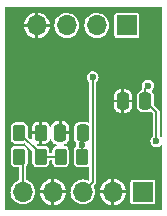
<source format=gbr>
%TF.GenerationSoftware,KiCad,Pcbnew,8.0.6*%
%TF.CreationDate,2025-02-01T11:22:54-03:00*%
%TF.ProjectId,breadboard-voltmeter-r00,62726561-6462-46f6-9172-642d766f6c74,rev?*%
%TF.SameCoordinates,Original*%
%TF.FileFunction,Copper,L2,Bot*%
%TF.FilePolarity,Positive*%
%FSLAX46Y46*%
G04 Gerber Fmt 4.6, Leading zero omitted, Abs format (unit mm)*
G04 Created by KiCad (PCBNEW 8.0.6) date 2025-02-01 11:22:54*
%MOMM*%
%LPD*%
G01*
G04 APERTURE LIST*
G04 Aperture macros list*
%AMRoundRect*
0 Rectangle with rounded corners*
0 $1 Rounding radius*
0 $2 $3 $4 $5 $6 $7 $8 $9 X,Y pos of 4 corners*
0 Add a 4 corners polygon primitive as box body*
4,1,4,$2,$3,$4,$5,$6,$7,$8,$9,$2,$3,0*
0 Add four circle primitives for the rounded corners*
1,1,$1+$1,$2,$3*
1,1,$1+$1,$4,$5*
1,1,$1+$1,$6,$7*
1,1,$1+$1,$8,$9*
0 Add four rect primitives between the rounded corners*
20,1,$1+$1,$2,$3,$4,$5,0*
20,1,$1+$1,$4,$5,$6,$7,0*
20,1,$1+$1,$6,$7,$8,$9,0*
20,1,$1+$1,$8,$9,$2,$3,0*%
G04 Aperture macros list end*
%TA.AperFunction,ComponentPad*%
%ADD10R,1.700000X1.700000*%
%TD*%
%TA.AperFunction,ComponentPad*%
%ADD11O,1.700000X1.700000*%
%TD*%
%TA.AperFunction,SMDPad,CuDef*%
%ADD12RoundRect,0.250000X0.250000X0.475000X-0.250000X0.475000X-0.250000X-0.475000X0.250000X-0.475000X0*%
%TD*%
%TA.AperFunction,SMDPad,CuDef*%
%ADD13RoundRect,0.250000X-0.262500X-0.450000X0.262500X-0.450000X0.262500X0.450000X-0.262500X0.450000X0*%
%TD*%
%TA.AperFunction,ViaPad*%
%ADD14C,0.600000*%
%TD*%
%TA.AperFunction,Conductor*%
%ADD15C,0.200000*%
%TD*%
G04 APERTURE END LIST*
D10*
%TO.P,J2,1,Pin_1*%
%TO.N,PowerSupply*%
X132960000Y-61100000D03*
D11*
%TO.P,J2,2,Pin_2*%
%TO.N,GND*%
X130420000Y-61100000D03*
%TO.P,J2,3,Pin_3*%
%TO.N,SWIO*%
X127880000Y-61100000D03*
%TO.P,J2,4,Pin_4*%
%TO.N,GND*%
X125340000Y-61100000D03*
%TO.P,J2,5,Pin_5*%
%TO.N,Net-(D1-K)*%
X122800000Y-61100000D03*
%TD*%
D10*
%TO.P,J1,1,Pin_1*%
%TO.N,SDA*%
X131600000Y-47000000D03*
D11*
%TO.P,J1,2,Pin_2*%
%TO.N,SCL*%
X129060000Y-47000000D03*
%TO.P,J1,3,Pin_3*%
%TO.N,PowerSupply*%
X126520000Y-47000000D03*
%TO.P,J1,4,Pin_4*%
%TO.N,GND*%
X123980000Y-47000000D03*
%TD*%
D12*
%TO.P,C1,1*%
%TO.N,PowerSupply*%
X133170000Y-53400000D03*
%TO.P,C1,2*%
%TO.N,GND*%
X131270000Y-53400000D03*
%TD*%
D13*
%TO.P,R3,1*%
%TO.N,Net-(R1-Pad2)*%
X125995000Y-58100000D03*
%TO.P,R3,2*%
%TO.N,Voltage*%
X127820000Y-58100000D03*
%TD*%
D12*
%TO.P,C2,1*%
%TO.N,Voltage*%
X127857500Y-56100000D03*
%TO.P,C2,2*%
%TO.N,GND*%
X125957500Y-56100000D03*
%TD*%
D13*
%TO.P,R2,1*%
%TO.N,Net-(R1-Pad2)*%
X122495000Y-56100000D03*
%TO.P,R2,2*%
%TO.N,GND*%
X124320000Y-56100000D03*
%TD*%
%TO.P,R1,1*%
%TO.N,Net-(D1-K)*%
X122495000Y-58100000D03*
%TO.P,R1,2*%
%TO.N,Net-(R1-Pad2)*%
X124320000Y-58100000D03*
%TD*%
D14*
%TO.N,SWIO*%
X128700000Y-51400000D03*
%TO.N,GND*%
X131200000Y-53400000D03*
%TO.N,Voltage*%
X127820000Y-57100000D03*
%TO.N,PowerSupply*%
X133400000Y-52100000D03*
X134100000Y-56800000D03*
%TD*%
D15*
%TO.N,SWIO*%
X128700000Y-60280000D02*
X127880000Y-61100000D01*
X128700000Y-51400000D02*
X128700000Y-60280000D01*
%TO.N,Voltage*%
X127820000Y-57100000D02*
X127820000Y-56137500D01*
X127820000Y-56137500D02*
X127857500Y-56100000D01*
X127820000Y-58100000D02*
X127820000Y-57100000D01*
%TO.N,Net-(R1-Pad2)*%
X124320000Y-58100000D02*
X125995000Y-58100000D01*
X124320000Y-57925000D02*
X122495000Y-56100000D01*
X124320000Y-58100000D02*
X124320000Y-57925000D01*
%TO.N,Net-(D1-K)*%
X122800000Y-58405000D02*
X122495000Y-58100000D01*
X122800000Y-61100000D02*
X122800000Y-58405000D01*
%TO.N,PowerSupply*%
X133170000Y-52330000D02*
X133400000Y-52100000D01*
X133170000Y-53400000D02*
X133170000Y-52330000D01*
X134100000Y-54500000D02*
X134100000Y-56800000D01*
X134100000Y-54330000D02*
X134100000Y-54500000D01*
X133170000Y-53400000D02*
X134100000Y-54330000D01*
%TD*%
%TA.AperFunction,Conductor*%
%TO.N,GND*%
G36*
X134578326Y-45421674D02*
G01*
X134600000Y-45474000D01*
X134600000Y-56414344D01*
X134578326Y-56466670D01*
X134526000Y-56488344D01*
X134473674Y-56466670D01*
X134470075Y-56462804D01*
X134431132Y-56417861D01*
X134431129Y-56417859D01*
X134431128Y-56417857D01*
X134431125Y-56417855D01*
X134427128Y-56414392D01*
X134429041Y-56412183D01*
X134402183Y-56373459D01*
X134400500Y-56357766D01*
X134400500Y-54290438D01*
X134392221Y-54259540D01*
X134392221Y-54259539D01*
X134380023Y-54214016D01*
X134380022Y-54214012D01*
X134340460Y-54145489D01*
X133892174Y-53697203D01*
X133870500Y-53644877D01*
X133870500Y-52870740D01*
X133870500Y-52870734D01*
X133867646Y-52840301D01*
X133822793Y-52712118D01*
X133822792Y-52712116D01*
X133742153Y-52602853D01*
X133742149Y-52602849D01*
X133735370Y-52597846D01*
X133706140Y-52549335D01*
X133719773Y-52494363D01*
X133730863Y-52482372D01*
X133731120Y-52482147D01*
X133731128Y-52482143D01*
X133825377Y-52373373D01*
X133885165Y-52242457D01*
X133905647Y-52100000D01*
X133885165Y-51957543D01*
X133825377Y-51826627D01*
X133731128Y-51717857D01*
X133674182Y-51681260D01*
X133610054Y-51640047D01*
X133610050Y-51640046D01*
X133471964Y-51599500D01*
X133471961Y-51599500D01*
X133328039Y-51599500D01*
X133328036Y-51599500D01*
X133189949Y-51640046D01*
X133189945Y-51640047D01*
X133068875Y-51717855D01*
X133068868Y-51717860D01*
X132974623Y-51826626D01*
X132914834Y-51957545D01*
X132894353Y-52100000D01*
X132902959Y-52159864D01*
X132893801Y-52207388D01*
X132889981Y-52214004D01*
X132889978Y-52214012D01*
X132869500Y-52290435D01*
X132869500Y-52412880D01*
X132847826Y-52465206D01*
X132819941Y-52482727D01*
X132707118Y-52522206D01*
X132707116Y-52522207D01*
X132597853Y-52602846D01*
X132597846Y-52602853D01*
X132517207Y-52712116D01*
X132517206Y-52712118D01*
X132472355Y-52840295D01*
X132472354Y-52840299D01*
X132472354Y-52840301D01*
X132469500Y-52870734D01*
X132469500Y-53929266D01*
X132472354Y-53959699D01*
X132472354Y-53959701D01*
X132472355Y-53959704D01*
X132517206Y-54087881D01*
X132517207Y-54087883D01*
X132597846Y-54197146D01*
X132597853Y-54197153D01*
X132707116Y-54277792D01*
X132707118Y-54277793D01*
X132835295Y-54322644D01*
X132835301Y-54322646D01*
X132865734Y-54325500D01*
X132865741Y-54325500D01*
X133474260Y-54325500D01*
X133474266Y-54325500D01*
X133504699Y-54322646D01*
X133581541Y-54295757D01*
X133638088Y-54298932D01*
X133658307Y-54313278D01*
X133777826Y-54432797D01*
X133799500Y-54485123D01*
X133799500Y-56357766D01*
X133777826Y-56410092D01*
X133772715Y-56414211D01*
X133772872Y-56414392D01*
X133768868Y-56417860D01*
X133674623Y-56526626D01*
X133614834Y-56657545D01*
X133594353Y-56800000D01*
X133614834Y-56942454D01*
X133614834Y-56942455D01*
X133614835Y-56942457D01*
X133661024Y-57043596D01*
X133674623Y-57073373D01*
X133768868Y-57182139D01*
X133768869Y-57182140D01*
X133768872Y-57182143D01*
X133889947Y-57259953D01*
X133996403Y-57291211D01*
X134028035Y-57300499D01*
X134028037Y-57300500D01*
X134028039Y-57300500D01*
X134171963Y-57300500D01*
X134171964Y-57300499D01*
X134310053Y-57259953D01*
X134431128Y-57182143D01*
X134470074Y-57137195D01*
X134520720Y-57111844D01*
X134574459Y-57129729D01*
X134599811Y-57180375D01*
X134600000Y-57185655D01*
X134600000Y-62526000D01*
X134578326Y-62578326D01*
X134526000Y-62600000D01*
X121374000Y-62600000D01*
X121321674Y-62578326D01*
X121300000Y-62526000D01*
X121300000Y-61100000D01*
X121744417Y-61100000D01*
X121764700Y-61305934D01*
X121824768Y-61503954D01*
X121922315Y-61686450D01*
X122053590Y-61846410D01*
X122213550Y-61977685D01*
X122396046Y-62075232D01*
X122594066Y-62135300D01*
X122800000Y-62155583D01*
X123005934Y-62135300D01*
X123203954Y-62075232D01*
X123386450Y-61977685D01*
X123546410Y-61846410D01*
X123677685Y-61686450D01*
X123775232Y-61503954D01*
X123835300Y-61305934D01*
X123855583Y-61100000D01*
X123843271Y-60974998D01*
X124246869Y-60974998D01*
X124246871Y-60975000D01*
X124855856Y-60975000D01*
X124840000Y-61034174D01*
X124840000Y-61165826D01*
X124855856Y-61225000D01*
X124246871Y-61225000D01*
X124246869Y-61225001D01*
X124254095Y-61302984D01*
X124309884Y-61499062D01*
X124309886Y-61499067D01*
X124400754Y-61681557D01*
X124400756Y-61681560D01*
X124523605Y-61844239D01*
X124523606Y-61844240D01*
X124674261Y-61981579D01*
X124847582Y-62088895D01*
X124847591Y-62088900D01*
X125037680Y-62162540D01*
X125215000Y-62195686D01*
X125215000Y-61584144D01*
X125274174Y-61600000D01*
X125405826Y-61600000D01*
X125465000Y-61584144D01*
X125465000Y-62195686D01*
X125642319Y-62162540D01*
X125832408Y-62088900D01*
X125832417Y-62088895D01*
X126005738Y-61981579D01*
X126005739Y-61981579D01*
X126156393Y-61844240D01*
X126156394Y-61844239D01*
X126279243Y-61681560D01*
X126279245Y-61681557D01*
X126370113Y-61499067D01*
X126370115Y-61499062D01*
X126425904Y-61302984D01*
X126433130Y-61225001D01*
X126433129Y-61225000D01*
X125824144Y-61225000D01*
X125840000Y-61165826D01*
X125840000Y-61100000D01*
X126824417Y-61100000D01*
X126844700Y-61305934D01*
X126904768Y-61503954D01*
X127002315Y-61686450D01*
X127133590Y-61846410D01*
X127293550Y-61977685D01*
X127476046Y-62075232D01*
X127674066Y-62135300D01*
X127880000Y-62155583D01*
X128085934Y-62135300D01*
X128283954Y-62075232D01*
X128466450Y-61977685D01*
X128626410Y-61846410D01*
X128757685Y-61686450D01*
X128855232Y-61503954D01*
X128915300Y-61305934D01*
X128935583Y-61100000D01*
X128923271Y-60974998D01*
X129326869Y-60974998D01*
X129326871Y-60975000D01*
X129935856Y-60975000D01*
X129920000Y-61034174D01*
X129920000Y-61165826D01*
X129935856Y-61225000D01*
X129326871Y-61225000D01*
X129326869Y-61225001D01*
X129334095Y-61302984D01*
X129389884Y-61499062D01*
X129389886Y-61499067D01*
X129480754Y-61681557D01*
X129480756Y-61681560D01*
X129603605Y-61844239D01*
X129603606Y-61844240D01*
X129754261Y-61981579D01*
X129927582Y-62088895D01*
X129927591Y-62088900D01*
X130117680Y-62162540D01*
X130295000Y-62195686D01*
X130295000Y-61584144D01*
X130354174Y-61600000D01*
X130485826Y-61600000D01*
X130545000Y-61584144D01*
X130545000Y-62195686D01*
X130722319Y-62162540D01*
X130912408Y-62088900D01*
X130912417Y-62088895D01*
X131085738Y-61981579D01*
X131085739Y-61981579D01*
X131236393Y-61844240D01*
X131236394Y-61844239D01*
X131359243Y-61681560D01*
X131359245Y-61681557D01*
X131450113Y-61499067D01*
X131450115Y-61499062D01*
X131505904Y-61302984D01*
X131513130Y-61225001D01*
X131513129Y-61225000D01*
X130904144Y-61225000D01*
X130920000Y-61165826D01*
X130920000Y-61034174D01*
X130904144Y-60975000D01*
X131513129Y-60975000D01*
X131513130Y-60974998D01*
X131505904Y-60897015D01*
X131450115Y-60700937D01*
X131450113Y-60700932D01*
X131359245Y-60518442D01*
X131359243Y-60518439D01*
X131236394Y-60355760D01*
X131236393Y-60355759D01*
X131098717Y-60230252D01*
X131909500Y-60230252D01*
X131909500Y-61969748D01*
X131917255Y-62008736D01*
X131921133Y-62028232D01*
X131950608Y-62072343D01*
X131965448Y-62094552D01*
X132009560Y-62124027D01*
X132031767Y-62138866D01*
X132031768Y-62138866D01*
X132031769Y-62138867D01*
X132090252Y-62150500D01*
X132090254Y-62150500D01*
X133829746Y-62150500D01*
X133829748Y-62150500D01*
X133888231Y-62138867D01*
X133954552Y-62094552D01*
X133998867Y-62028231D01*
X134010500Y-61969748D01*
X134010500Y-60230252D01*
X133998867Y-60171769D01*
X133954552Y-60105448D01*
X133906569Y-60073386D01*
X133888232Y-60061133D01*
X133888233Y-60061133D01*
X133858989Y-60055316D01*
X133829748Y-60049500D01*
X132090252Y-60049500D01*
X132061010Y-60055316D01*
X132031767Y-60061133D01*
X131965449Y-60105447D01*
X131965447Y-60105449D01*
X131921133Y-60171767D01*
X131921133Y-60171769D01*
X131909500Y-60230252D01*
X131098717Y-60230252D01*
X131085738Y-60218420D01*
X130912417Y-60111104D01*
X130912408Y-60111099D01*
X130722322Y-60037460D01*
X130545000Y-60004312D01*
X130545000Y-60615855D01*
X130485826Y-60600000D01*
X130354174Y-60600000D01*
X130295000Y-60615855D01*
X130295000Y-60004312D01*
X130294999Y-60004312D01*
X130117677Y-60037460D01*
X129927591Y-60111099D01*
X129927582Y-60111104D01*
X129754261Y-60218420D01*
X129754260Y-60218420D01*
X129603606Y-60355759D01*
X129603605Y-60355760D01*
X129480756Y-60518439D01*
X129480754Y-60518442D01*
X129389886Y-60700932D01*
X129389884Y-60700937D01*
X129334095Y-60897015D01*
X129326869Y-60974998D01*
X128923271Y-60974998D01*
X128915300Y-60894066D01*
X128855232Y-60696046D01*
X128830139Y-60649102D01*
X128824588Y-60592738D01*
X128843074Y-60561896D01*
X128940460Y-60464511D01*
X128980021Y-60395989D01*
X129000499Y-60319564D01*
X129000500Y-60319564D01*
X129000500Y-53922828D01*
X130520000Y-53922828D01*
X130526402Y-53982375D01*
X130526403Y-53982380D01*
X130576645Y-54117087D01*
X130576646Y-54117088D01*
X130662811Y-54232188D01*
X130777911Y-54318353D01*
X130777912Y-54318354D01*
X130912619Y-54368596D01*
X130912624Y-54368597D01*
X130972171Y-54375000D01*
X131145000Y-54375000D01*
X131395000Y-54375000D01*
X131567829Y-54375000D01*
X131627375Y-54368597D01*
X131627380Y-54368596D01*
X131762087Y-54318354D01*
X131762088Y-54318353D01*
X131877188Y-54232188D01*
X131963353Y-54117088D01*
X131963354Y-54117087D01*
X132013596Y-53982380D01*
X132013597Y-53982375D01*
X132020000Y-53922828D01*
X132020000Y-53525000D01*
X131395000Y-53525000D01*
X131395000Y-54375000D01*
X131145000Y-54375000D01*
X131145000Y-53525000D01*
X130520000Y-53525000D01*
X130520000Y-53922828D01*
X129000500Y-53922828D01*
X129000500Y-52877171D01*
X130520000Y-52877171D01*
X130520000Y-53275000D01*
X131145000Y-53275000D01*
X131395000Y-53275000D01*
X132020000Y-53275000D01*
X132020000Y-52877171D01*
X132013597Y-52817624D01*
X132013596Y-52817619D01*
X131963354Y-52682912D01*
X131963353Y-52682911D01*
X131877188Y-52567811D01*
X131762088Y-52481646D01*
X131762087Y-52481645D01*
X131627380Y-52431403D01*
X131627375Y-52431402D01*
X131567829Y-52425000D01*
X131395000Y-52425000D01*
X131395000Y-53275000D01*
X131145000Y-53275000D01*
X131145000Y-52425000D01*
X130972171Y-52425000D01*
X130912624Y-52431402D01*
X130912619Y-52431403D01*
X130777912Y-52481645D01*
X130777911Y-52481646D01*
X130662811Y-52567811D01*
X130576646Y-52682911D01*
X130576645Y-52682912D01*
X130526403Y-52817619D01*
X130526402Y-52817624D01*
X130520000Y-52877171D01*
X129000500Y-52877171D01*
X129000500Y-51842233D01*
X129022174Y-51789907D01*
X129027288Y-51785787D01*
X129027131Y-51785606D01*
X129031131Y-51782140D01*
X129086829Y-51717860D01*
X129125377Y-51673373D01*
X129185165Y-51542457D01*
X129205647Y-51400000D01*
X129185165Y-51257543D01*
X129125377Y-51126627D01*
X129031128Y-51017857D01*
X128974182Y-50981260D01*
X128910054Y-50940047D01*
X128910050Y-50940046D01*
X128771964Y-50899500D01*
X128771961Y-50899500D01*
X128628039Y-50899500D01*
X128628036Y-50899500D01*
X128489949Y-50940046D01*
X128489945Y-50940047D01*
X128368875Y-51017855D01*
X128368868Y-51017860D01*
X128274623Y-51126626D01*
X128214834Y-51257545D01*
X128194353Y-51400000D01*
X128214834Y-51542454D01*
X128274623Y-51673373D01*
X128368868Y-51782140D01*
X128372869Y-51785606D01*
X128370946Y-51787825D01*
X128397803Y-51826476D01*
X128399500Y-51842233D01*
X128399500Y-55145598D01*
X128377826Y-55197924D01*
X128325500Y-55219598D01*
X128301059Y-55215445D01*
X128192204Y-55177355D01*
X128192205Y-55177355D01*
X128192200Y-55177354D01*
X128192199Y-55177354D01*
X128161766Y-55174500D01*
X127553234Y-55174500D01*
X127522801Y-55177354D01*
X127522799Y-55177354D01*
X127522795Y-55177355D01*
X127394618Y-55222206D01*
X127394616Y-55222207D01*
X127285353Y-55302846D01*
X127285346Y-55302853D01*
X127204707Y-55412116D01*
X127204706Y-55412118D01*
X127159855Y-55540295D01*
X127159854Y-55540299D01*
X127159854Y-55540301D01*
X127157000Y-55570734D01*
X127157000Y-56629266D01*
X127159854Y-56659699D01*
X127159854Y-56659701D01*
X127159855Y-56659704D01*
X127204706Y-56787880D01*
X127204707Y-56787882D01*
X127285350Y-56897150D01*
X127285353Y-56897153D01*
X127302337Y-56909688D01*
X127331567Y-56958199D01*
X127331640Y-56979758D01*
X127314353Y-57099999D01*
X127330093Y-57209481D01*
X127316086Y-57264359D01*
X127300790Y-57279552D01*
X127235350Y-57327850D01*
X127154706Y-57437119D01*
X127109855Y-57565295D01*
X127109854Y-57565299D01*
X127109854Y-57565301D01*
X127107000Y-57595734D01*
X127107000Y-58604266D01*
X127109854Y-58634699D01*
X127109854Y-58634701D01*
X127109855Y-58634704D01*
X127154706Y-58762881D01*
X127154707Y-58762883D01*
X127235346Y-58872146D01*
X127235353Y-58872153D01*
X127344616Y-58952792D01*
X127344618Y-58952793D01*
X127472795Y-58997644D01*
X127472801Y-58997646D01*
X127503234Y-59000500D01*
X127503241Y-59000500D01*
X128136758Y-59000500D01*
X128136766Y-59000500D01*
X128167199Y-58997646D01*
X128214985Y-58980924D01*
X128300616Y-58950962D01*
X128301735Y-58954161D01*
X128347204Y-58949828D01*
X128390872Y-58985896D01*
X128399500Y-59020574D01*
X128399500Y-60063067D01*
X128377826Y-60115393D01*
X128325500Y-60137067D01*
X128290617Y-60128329D01*
X128283958Y-60124770D01*
X128283957Y-60124769D01*
X128283954Y-60124768D01*
X128141045Y-60081417D01*
X128085935Y-60064700D01*
X127880000Y-60044417D01*
X127674064Y-60064700D01*
X127476043Y-60124769D01*
X127293549Y-60222315D01*
X127133590Y-60353589D01*
X127133589Y-60353590D01*
X127002315Y-60513549D01*
X126904769Y-60696043D01*
X126844700Y-60894064D01*
X126830900Y-61034174D01*
X126824417Y-61100000D01*
X125840000Y-61100000D01*
X125840000Y-61034174D01*
X125824144Y-60975000D01*
X126433129Y-60975000D01*
X126433130Y-60974998D01*
X126425904Y-60897015D01*
X126370115Y-60700937D01*
X126370113Y-60700932D01*
X126279245Y-60518442D01*
X126279243Y-60518439D01*
X126156394Y-60355760D01*
X126156393Y-60355759D01*
X126005738Y-60218420D01*
X125832417Y-60111104D01*
X125832408Y-60111099D01*
X125642322Y-60037460D01*
X125465000Y-60004312D01*
X125465000Y-60615855D01*
X125405826Y-60600000D01*
X125274174Y-60600000D01*
X125215000Y-60615855D01*
X125215000Y-60004312D01*
X125214999Y-60004312D01*
X125037677Y-60037460D01*
X124847591Y-60111099D01*
X124847582Y-60111104D01*
X124674261Y-60218420D01*
X124674260Y-60218420D01*
X124523606Y-60355759D01*
X124523605Y-60355760D01*
X124400756Y-60518439D01*
X124400754Y-60518442D01*
X124309886Y-60700932D01*
X124309884Y-60700937D01*
X124254095Y-60897015D01*
X124246869Y-60974998D01*
X123843271Y-60974998D01*
X123835300Y-60894066D01*
X123775232Y-60696046D01*
X123677685Y-60513550D01*
X123546410Y-60353590D01*
X123386450Y-60222315D01*
X123379163Y-60218420D01*
X123203961Y-60124771D01*
X123203956Y-60124769D01*
X123203954Y-60124768D01*
X123203950Y-60124766D01*
X123203948Y-60124766D01*
X123153018Y-60109316D01*
X123109237Y-60073386D01*
X123100500Y-60038503D01*
X123100500Y-58868249D01*
X123114960Y-58824306D01*
X123160293Y-58762882D01*
X123205146Y-58634699D01*
X123208000Y-58604266D01*
X123208000Y-57595734D01*
X123205146Y-57565301D01*
X123160293Y-57437118D01*
X123160292Y-57437116D01*
X123079653Y-57327853D01*
X123079646Y-57327846D01*
X122970383Y-57247207D01*
X122970381Y-57247206D01*
X122842204Y-57202355D01*
X122842205Y-57202355D01*
X122842200Y-57202354D01*
X122842199Y-57202354D01*
X122811766Y-57199500D01*
X122178234Y-57199500D01*
X122147801Y-57202354D01*
X122147799Y-57202354D01*
X122147795Y-57202355D01*
X122019618Y-57247206D01*
X122019616Y-57247207D01*
X121910353Y-57327846D01*
X121910346Y-57327853D01*
X121829707Y-57437116D01*
X121829706Y-57437118D01*
X121784855Y-57565295D01*
X121784854Y-57565299D01*
X121784854Y-57565301D01*
X121782000Y-57595734D01*
X121782000Y-58604266D01*
X121784854Y-58634699D01*
X121784854Y-58634701D01*
X121784855Y-58634704D01*
X121829706Y-58762881D01*
X121829707Y-58762883D01*
X121910346Y-58872146D01*
X121910353Y-58872153D01*
X122019616Y-58952792D01*
X122019618Y-58952793D01*
X122147795Y-58997644D01*
X122147801Y-58997646D01*
X122178234Y-59000500D01*
X122425500Y-59000500D01*
X122477826Y-59022174D01*
X122499500Y-59074500D01*
X122499500Y-60038503D01*
X122477826Y-60090829D01*
X122446982Y-60109316D01*
X122396051Y-60124766D01*
X122396038Y-60124771D01*
X122213549Y-60222315D01*
X122053590Y-60353589D01*
X122053589Y-60353590D01*
X121922315Y-60513549D01*
X121824769Y-60696043D01*
X121764700Y-60894064D01*
X121750900Y-61034174D01*
X121744417Y-61100000D01*
X121300000Y-61100000D01*
X121300000Y-55595734D01*
X121782000Y-55595734D01*
X121782000Y-56604266D01*
X121784854Y-56634699D01*
X121784854Y-56634701D01*
X121784855Y-56634704D01*
X121829706Y-56762881D01*
X121829707Y-56762883D01*
X121910346Y-56872146D01*
X121910353Y-56872153D01*
X122019616Y-56952792D01*
X122019618Y-56952793D01*
X122147795Y-56997644D01*
X122147801Y-56997646D01*
X122178234Y-57000500D01*
X122178241Y-57000500D01*
X122811758Y-57000500D01*
X122811766Y-57000500D01*
X122842199Y-56997646D01*
X122891261Y-56980478D01*
X122947808Y-56983653D01*
X122968028Y-56997999D01*
X123585326Y-57615297D01*
X123607000Y-57667623D01*
X123607000Y-58604266D01*
X123609854Y-58634699D01*
X123609854Y-58634701D01*
X123609855Y-58634704D01*
X123654706Y-58762881D01*
X123654707Y-58762883D01*
X123735346Y-58872146D01*
X123735353Y-58872153D01*
X123844616Y-58952792D01*
X123844618Y-58952793D01*
X123972795Y-58997644D01*
X123972801Y-58997646D01*
X124003234Y-59000500D01*
X124003241Y-59000500D01*
X124636758Y-59000500D01*
X124636766Y-59000500D01*
X124667199Y-58997646D01*
X124795382Y-58952793D01*
X124904650Y-58872150D01*
X124985293Y-58762882D01*
X125030146Y-58634699D01*
X125033000Y-58604266D01*
X125033000Y-58474500D01*
X125054674Y-58422174D01*
X125107000Y-58400500D01*
X125208000Y-58400500D01*
X125260326Y-58422174D01*
X125282000Y-58474500D01*
X125282000Y-58604266D01*
X125284854Y-58634699D01*
X125284854Y-58634701D01*
X125284855Y-58634704D01*
X125329706Y-58762881D01*
X125329707Y-58762883D01*
X125410346Y-58872146D01*
X125410353Y-58872153D01*
X125519616Y-58952792D01*
X125519618Y-58952793D01*
X125647795Y-58997644D01*
X125647801Y-58997646D01*
X125678234Y-59000500D01*
X125678241Y-59000500D01*
X126311758Y-59000500D01*
X126311766Y-59000500D01*
X126342199Y-58997646D01*
X126470382Y-58952793D01*
X126579650Y-58872150D01*
X126660293Y-58762882D01*
X126705146Y-58634699D01*
X126708000Y-58604266D01*
X126708000Y-57595734D01*
X126705146Y-57565301D01*
X126660293Y-57437118D01*
X126660292Y-57437116D01*
X126579653Y-57327853D01*
X126579646Y-57327846D01*
X126470383Y-57247207D01*
X126470381Y-57247206D01*
X126337949Y-57200866D01*
X126338687Y-57198754D01*
X126298129Y-57170533D01*
X126288130Y-57114785D01*
X126320479Y-57068295D01*
X126334563Y-57061255D01*
X126449587Y-57018354D01*
X126449588Y-57018353D01*
X126564688Y-56932188D01*
X126650853Y-56817088D01*
X126650854Y-56817087D01*
X126701096Y-56682380D01*
X126701097Y-56682375D01*
X126707500Y-56622828D01*
X126707500Y-56225000D01*
X125906500Y-56225000D01*
X125854174Y-56203326D01*
X125832500Y-56151000D01*
X125832500Y-55975000D01*
X126082500Y-55975000D01*
X126707500Y-55975000D01*
X126707500Y-55577171D01*
X126701097Y-55517624D01*
X126701096Y-55517619D01*
X126650854Y-55382912D01*
X126650853Y-55382911D01*
X126564688Y-55267811D01*
X126449588Y-55181646D01*
X126449587Y-55181645D01*
X126314880Y-55131403D01*
X126314875Y-55131402D01*
X126255329Y-55125000D01*
X126082500Y-55125000D01*
X126082500Y-55975000D01*
X125832500Y-55975000D01*
X125832500Y-55125000D01*
X125659671Y-55125000D01*
X125600124Y-55131402D01*
X125600119Y-55131403D01*
X125465412Y-55181645D01*
X125465411Y-55181646D01*
X125350311Y-55267811D01*
X125264146Y-55382911D01*
X125264145Y-55382912D01*
X125213901Y-55517623D01*
X125212938Y-55521700D01*
X125179807Y-55567636D01*
X125123898Y-55576690D01*
X125077962Y-55543559D01*
X125071589Y-55530535D01*
X125025854Y-55407912D01*
X125025853Y-55407911D01*
X124939688Y-55292811D01*
X124824588Y-55206646D01*
X124824587Y-55206645D01*
X124689880Y-55156403D01*
X124689875Y-55156402D01*
X124630329Y-55150000D01*
X124445000Y-55150000D01*
X124445000Y-57050000D01*
X124630329Y-57050000D01*
X124689875Y-57043597D01*
X124689880Y-57043596D01*
X124824587Y-56993354D01*
X124824588Y-56993353D01*
X124939688Y-56907188D01*
X125025851Y-56792090D01*
X125071588Y-56669464D01*
X125110182Y-56628012D01*
X125166783Y-56625989D01*
X125208235Y-56664583D01*
X125212938Y-56678301D01*
X125213900Y-56682373D01*
X125264145Y-56817087D01*
X125264146Y-56817088D01*
X125350311Y-56932188D01*
X125465411Y-57018353D01*
X125465412Y-57018354D01*
X125600119Y-57068596D01*
X125600125Y-57068598D01*
X125602813Y-57068887D01*
X125603930Y-57069497D01*
X125604628Y-57069662D01*
X125604582Y-57069853D01*
X125652523Y-57096030D01*
X125668480Y-57150372D01*
X125641337Y-57200082D01*
X125619345Y-57212310D01*
X125519618Y-57247206D01*
X125519616Y-57247207D01*
X125410353Y-57327846D01*
X125410346Y-57327853D01*
X125329707Y-57437116D01*
X125329706Y-57437118D01*
X125284855Y-57565295D01*
X125284854Y-57565299D01*
X125284854Y-57565301D01*
X125282000Y-57595734D01*
X125282000Y-57595740D01*
X125282000Y-57725500D01*
X125260326Y-57777826D01*
X125208000Y-57799500D01*
X125107000Y-57799500D01*
X125054674Y-57777826D01*
X125033000Y-57725500D01*
X125033000Y-57595740D01*
X125033000Y-57595734D01*
X125030146Y-57565301D01*
X124985293Y-57437118D01*
X124985292Y-57437116D01*
X124904653Y-57327853D01*
X124904646Y-57327846D01*
X124795383Y-57247207D01*
X124795381Y-57247206D01*
X124667204Y-57202355D01*
X124667205Y-57202355D01*
X124667200Y-57202354D01*
X124667199Y-57202354D01*
X124636766Y-57199500D01*
X124636760Y-57199500D01*
X124050123Y-57199500D01*
X123997797Y-57177826D01*
X123996297Y-57176326D01*
X123974623Y-57124000D01*
X123996297Y-57071674D01*
X124048623Y-57050000D01*
X124195000Y-57050000D01*
X124195000Y-56225000D01*
X123557500Y-56225000D01*
X123557500Y-56558877D01*
X123535826Y-56611203D01*
X123483500Y-56632877D01*
X123431174Y-56611203D01*
X123229674Y-56409703D01*
X123208000Y-56357377D01*
X123208000Y-55602171D01*
X123557500Y-55602171D01*
X123557500Y-55975000D01*
X124195000Y-55975000D01*
X124195000Y-55150000D01*
X124009671Y-55150000D01*
X123950124Y-55156402D01*
X123950119Y-55156403D01*
X123815412Y-55206645D01*
X123815411Y-55206646D01*
X123700311Y-55292811D01*
X123614146Y-55407911D01*
X123614145Y-55407912D01*
X123563903Y-55542619D01*
X123563902Y-55542624D01*
X123557500Y-55602171D01*
X123208000Y-55602171D01*
X123208000Y-55595740D01*
X123208000Y-55595734D01*
X123205146Y-55565301D01*
X123160293Y-55437118D01*
X123160292Y-55437116D01*
X123079653Y-55327853D01*
X123079646Y-55327846D01*
X122970383Y-55247207D01*
X122970381Y-55247206D01*
X122842204Y-55202355D01*
X122842205Y-55202355D01*
X122842200Y-55202354D01*
X122842199Y-55202354D01*
X122811766Y-55199500D01*
X122178234Y-55199500D01*
X122147801Y-55202354D01*
X122147799Y-55202354D01*
X122147795Y-55202355D01*
X122019618Y-55247206D01*
X122019616Y-55247207D01*
X121910353Y-55327846D01*
X121910346Y-55327853D01*
X121829707Y-55437116D01*
X121829706Y-55437118D01*
X121784855Y-55565295D01*
X121784854Y-55565299D01*
X121784854Y-55565301D01*
X121782000Y-55595734D01*
X121300000Y-55595734D01*
X121300000Y-46874998D01*
X122886869Y-46874998D01*
X122886871Y-46875000D01*
X123495856Y-46875000D01*
X123480000Y-46934174D01*
X123480000Y-47065826D01*
X123495856Y-47125000D01*
X122886871Y-47125000D01*
X122886869Y-47125001D01*
X122894095Y-47202984D01*
X122949884Y-47399062D01*
X122949886Y-47399067D01*
X123040754Y-47581557D01*
X123040756Y-47581560D01*
X123163605Y-47744239D01*
X123163606Y-47744240D01*
X123314261Y-47881579D01*
X123487582Y-47988895D01*
X123487591Y-47988900D01*
X123677680Y-48062540D01*
X123855000Y-48095686D01*
X123855000Y-47484144D01*
X123914174Y-47500000D01*
X124045826Y-47500000D01*
X124105000Y-47484144D01*
X124105000Y-48095686D01*
X124282319Y-48062540D01*
X124472408Y-47988900D01*
X124472417Y-47988895D01*
X124645738Y-47881579D01*
X124645739Y-47881579D01*
X124796393Y-47744240D01*
X124796394Y-47744239D01*
X124919243Y-47581560D01*
X124919245Y-47581557D01*
X125010113Y-47399067D01*
X125010115Y-47399062D01*
X125065904Y-47202984D01*
X125073130Y-47125001D01*
X125073129Y-47125000D01*
X124464144Y-47125000D01*
X124480000Y-47065826D01*
X124480000Y-47000000D01*
X125464417Y-47000000D01*
X125484700Y-47205934D01*
X125544768Y-47403954D01*
X125642315Y-47586450D01*
X125773590Y-47746410D01*
X125933550Y-47877685D01*
X126116046Y-47975232D01*
X126314066Y-48035300D01*
X126520000Y-48055583D01*
X126725934Y-48035300D01*
X126923954Y-47975232D01*
X127106450Y-47877685D01*
X127266410Y-47746410D01*
X127397685Y-47586450D01*
X127495232Y-47403954D01*
X127555300Y-47205934D01*
X127575583Y-47000000D01*
X128004417Y-47000000D01*
X128024700Y-47205934D01*
X128084768Y-47403954D01*
X128182315Y-47586450D01*
X128313590Y-47746410D01*
X128473550Y-47877685D01*
X128656046Y-47975232D01*
X128854066Y-48035300D01*
X129060000Y-48055583D01*
X129265934Y-48035300D01*
X129463954Y-47975232D01*
X129646450Y-47877685D01*
X129806410Y-47746410D01*
X129937685Y-47586450D01*
X130035232Y-47403954D01*
X130095300Y-47205934D01*
X130115583Y-47000000D01*
X130095300Y-46794066D01*
X130035232Y-46596046D01*
X129937685Y-46413550D01*
X129806410Y-46253590D01*
X129656121Y-46130252D01*
X130549500Y-46130252D01*
X130549500Y-47869748D01*
X130557255Y-47908736D01*
X130561133Y-47928232D01*
X130590608Y-47972343D01*
X130605448Y-47994552D01*
X130649560Y-48024027D01*
X130671767Y-48038866D01*
X130671768Y-48038866D01*
X130671769Y-48038867D01*
X130730252Y-48050500D01*
X130730254Y-48050500D01*
X132469746Y-48050500D01*
X132469748Y-48050500D01*
X132528231Y-48038867D01*
X132594552Y-47994552D01*
X132638867Y-47928231D01*
X132650500Y-47869748D01*
X132650500Y-46130252D01*
X132638867Y-46071769D01*
X132594552Y-46005448D01*
X132572343Y-45990608D01*
X132528232Y-45961133D01*
X132528233Y-45961133D01*
X132498989Y-45955316D01*
X132469748Y-45949500D01*
X130730252Y-45949500D01*
X130701010Y-45955316D01*
X130671767Y-45961133D01*
X130605449Y-46005447D01*
X130605447Y-46005449D01*
X130561133Y-46071767D01*
X130561133Y-46071769D01*
X130549500Y-46130252D01*
X129656121Y-46130252D01*
X129646450Y-46122315D01*
X129463954Y-46024768D01*
X129352158Y-45990855D01*
X129265935Y-45964700D01*
X129060000Y-45944417D01*
X128854064Y-45964700D01*
X128656043Y-46024769D01*
X128473549Y-46122315D01*
X128313590Y-46253589D01*
X128313589Y-46253590D01*
X128182315Y-46413549D01*
X128084769Y-46596043D01*
X128024700Y-46794064D01*
X128010900Y-46934174D01*
X128004417Y-47000000D01*
X127575583Y-47000000D01*
X127555300Y-46794066D01*
X127495232Y-46596046D01*
X127397685Y-46413550D01*
X127266410Y-46253590D01*
X127106450Y-46122315D01*
X126923954Y-46024768D01*
X126812158Y-45990855D01*
X126725935Y-45964700D01*
X126520000Y-45944417D01*
X126314064Y-45964700D01*
X126116043Y-46024769D01*
X125933549Y-46122315D01*
X125773590Y-46253589D01*
X125773589Y-46253590D01*
X125642315Y-46413549D01*
X125544769Y-46596043D01*
X125484700Y-46794064D01*
X125470900Y-46934174D01*
X125464417Y-47000000D01*
X124480000Y-47000000D01*
X124480000Y-46934174D01*
X124464144Y-46875000D01*
X125073129Y-46875000D01*
X125073130Y-46874998D01*
X125065904Y-46797015D01*
X125010115Y-46600937D01*
X125010113Y-46600932D01*
X124919245Y-46418442D01*
X124919243Y-46418439D01*
X124796394Y-46255760D01*
X124796393Y-46255759D01*
X124645738Y-46118420D01*
X124472417Y-46011104D01*
X124472408Y-46011099D01*
X124282322Y-45937460D01*
X124105000Y-45904312D01*
X124105000Y-46515855D01*
X124045826Y-46500000D01*
X123914174Y-46500000D01*
X123855000Y-46515855D01*
X123855000Y-45904312D01*
X123854999Y-45904312D01*
X123677677Y-45937460D01*
X123487591Y-46011099D01*
X123487582Y-46011104D01*
X123314261Y-46118420D01*
X123314260Y-46118420D01*
X123163606Y-46255759D01*
X123163605Y-46255760D01*
X123040756Y-46418439D01*
X123040754Y-46418442D01*
X122949886Y-46600932D01*
X122949884Y-46600937D01*
X122894095Y-46797015D01*
X122886869Y-46874998D01*
X121300000Y-46874998D01*
X121300000Y-45474000D01*
X121321674Y-45421674D01*
X121374000Y-45400000D01*
X134526000Y-45400000D01*
X134578326Y-45421674D01*
G37*
%TD.AperFunction*%
%TD*%
M02*

</source>
